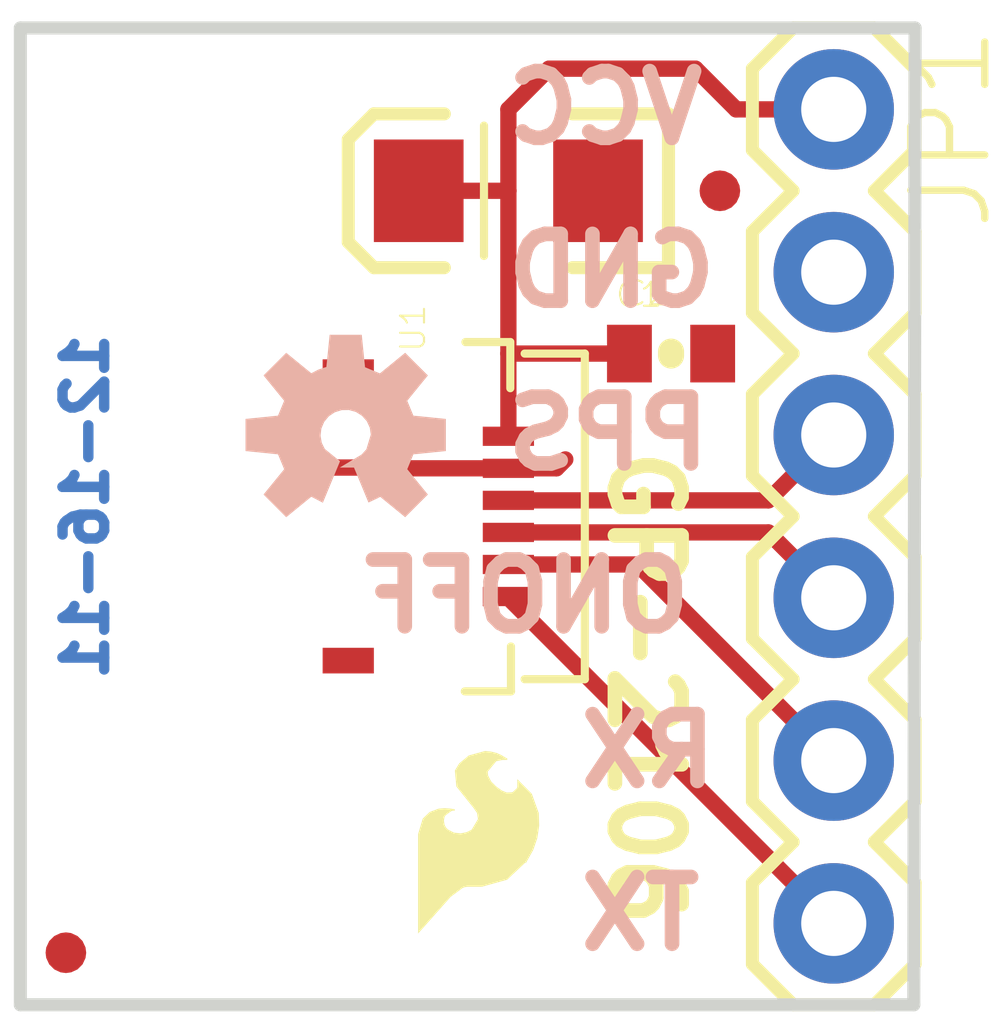
<source format=kicad_pcb>
(kicad_pcb (version 20211014) (generator pcbnew)
  (layers (0 "F.Cu" signal) (31 "B.Cu" signal) (34 "B.Paste" user) (35 "F.Paste" user) (36 "B.SilkS" user "B.Silkscreen") (37 "F.SilkS" user "F.Silkscreen") (38 "B.Mask" user) (39 "F.Mask" user) (44 "Edge.Cuts" user))
  (net 0 "")
  (net 1 "VCC")
  (net 2 "GND")
  (net 3 "1PPS")
  (net 4 "ONOFF")
  (net 5 "RX")
  (net 6 "TX")
  (footprint "boardEagle:EIA3216" (layer "F.Cu") (at 149.1361 99.9236 180)
    (fp_text reference "C2" (at -2.54 -1.381 180) (layer "F.SilkS") (effects (font (size 0.373888 0.373888) (thickness 0.032512)) (justify right top)))
    (fp_text value "10uF")
    (fp_line (start -2.5 -1.2) (end -1 -1.2) (layer "F.SilkS") (width 0.2032))
    (fp_line (start 2.5 0.8) (end 2.5 -0.8) (layer "F.SilkS") (width 0.2032))
    (fp_line (start -1 1.2) (end -2.5 1.2) (layer "F.SilkS") (width 0.2032))
    (fp_line (start 1 1.2) (end 2.1 1.2) (layer "F.SilkS") (width 0.2032))
    (fp_line (start 2.1 1.2) (end 2.5 0.8) (layer "F.SilkS") (width 0.2032))
    (fp_line (start 2.1 -1.2) (end 1 -1.2) (layer "F.SilkS") (width 0.2032))
    (fp_line (start 0.381 -1.016) (end 0.381 1.016) (layer "F.SilkS") (width 0.127))
    (fp_line (start -2.5 1.2) (end -2.5 -1.2) (layer "F.SilkS") (width 0.2032))
    (fp_line (start 2.5 -0.8) (end 2.1 -1.2) (layer "F.SilkS") (width 0.2032))
    (pad "A" smd rect (at 1.4 0 270) (size 1.6 1.4) (layers "F.Cu" "F.Paste" "F.Mask") (net 1 "VCC"))
    (pad "C" smd rect (at -1.4 0 270) (size 1.6 1.4) (layers "F.Cu" "F.Paste" "F.Mask") (net 2 "GND"))
  )
  (footprint "boardEagle:STAND-OFF" (layer "F.Cu") (at 144.0561 110.0836)
    (fp_text reference "JP2" hide)
    (fp_text value "STAND-OFF" hide)
    (pad "" np_thru_hole circle (at 0 0) (size 3.302 3.302) (drill 3.302) (layers *.Cu *.Mask))
  )
  (footprint "boardEagle:SFE-LOGO-FLAME" (layer "F.Cu") (at 147.7391 111.4806)
    (fp_text reference "JP4" hide)
    (fp_text value "LOGO-SFESK" hide)
    (fp_poly (pts (xy 1.126002 -2.808203) (xy 1.215449 -2.785829) (xy 1.228477 -2.780783) (xy 1.240149 -2.774875) (xy 1.25686 -2.766576) (xy 1.275552 -2.759834) (xy 1.371694 -2.7026) (xy 1.3793 -2.7026) (xy 1.3793 -2.6772) (xy 1.306833 -2.6772) (xy 1.208418 -2.657914) (xy 1.074855 -2.495286) (xy 1.079365 -2.436825) (xy 1.12809 -2.341869) (xy 1.204666 -2.265196) (xy 1.294069 -2.200638) (xy 1.369348 -2.168824) (xy 1.450737 -2.171632) (xy 1.458864 -2.174186) (xy 1.466257 -2.177389) (xy 1.530514 -2.236956) (xy 1.5368 -2.259812) (xy 1.5368 -2.377938) (xy 1.763707 -2.148127) (xy 1.868186 -1.856841) (xy 1.871603 -1.856894) (xy 1.87806 -1.650435) (xy 1.848857 -1.45742) (xy 1.785308 -1.272842) (xy 1.6663 -1.061578) (xy 1.6663 -1.080581) (xy 1.378131 -0.80901) (xy 0.982239 -0.6985) (xy 0.753005 -0.6985) (xy 0.716201 -0.692046) (xy 0.681776 -0.679592) (xy 0.496322 -0.541784) (xy -0.0126 0.03091) (xy -0.0126 -1.52077) (xy 0.060004 -1.761967) (xy 0.168295 -1.865489) (xy 0.307122 -1.917522) (xy 0.4039 -1.925089) (xy 0.499384 -1.917623) (xy 0.55991 -1.908099) (xy 0.557788 -1.884433) (xy 0.522216 -1.885242) (xy 0.501784 -1.876141) (xy 0.420519 -1.817154) (xy 0.400722 -1.79067) (xy 0.390395 -1.7285) (xy 0.400905 -1.665229) (xy 0.421405 -1.625174) (xy 0.452343 -1.592685) (xy 0.546535 -1.54355) (xy 0.652229 -1.531742) (xy 0.742768 -1.550084) (xy 0.82422 -1.589656) (xy 0.92203 -1.754659) (xy 0.907706 -1.848844) (xy 0.850914 -1.930401) (xy 0.584707 -2.263237) (xy 0.561667 -2.510855) (xy 0.627495 -2.621556) (xy 0.629042 -2.623103) (xy 0.778901 -2.74712) (xy 1.032676 -2.817064)) (layer "F.SilkS") (width 0) (fill solid))
  )
  (footprint "boardEagle:1X06" (layer "F.Cu") (at 154.2161 98.6536 -90)
    (fp_text reference "JP1" (at -1.3462 -1.8288 90) (layer "F.SilkS") (effects (font (size 1.1557 1.1557) (thickness 0.1143)) (justify right)))
    (fp_text value "")
    (fp_line (start 10.795 1.27) (end 9.525 1.27) (layer "F.SilkS") (width 0.2032))
    (fp_line (start 3.81 0.635) (end 3.175 1.27) (layer "F.SilkS") (width 0.2032))
    (fp_line (start 4.445 -1.27) (end 5.715 -1.27) (layer "F.SilkS") (width 0.2032))
    (fp_line (start 6.985 -1.27) (end 8.255 -1.27) (layer "F.SilkS") (width 0.2032))
    (fp_line (start 11.43 -0.635) (end 12.065 -1.27) (layer "F.SilkS") (width 0.2032))
    (fp_line (start 4.445 1.27) (end 3.81 0.635) (layer "F.SilkS") (width 0.2032))
    (fp_line (start 13.335 -1.27) (end 13.97 -0.635) (layer "F.SilkS") (width 0.2032))
    (fp_line (start 0.635 -1.27) (end 1.27 -0.635) (layer "F.SilkS") (width 0.2032))
    (fp_line (start 9.525 1.27) (end 8.89 0.635) (layer "F.SilkS") (width 0.2032))
    (fp_line (start 8.89 -0.635) (end 9.525 -1.27) (layer "F.SilkS") (width 0.2032))
    (fp_line (start 13.335 1.27) (end 12.065 1.27) (layer "F.SilkS") (width 0.2032))
    (fp_line (start -0.635 -1.27) (end 0.635 -1.27) (layer "F.SilkS") (width 0.2032))
    (fp_line (start 1.905 -1.27) (end 3.175 -1.27) (layer "F.SilkS") (width 0.2032))
    (fp_line (start 11.43 0.635) (end 10.795 1.27) (layer "F.SilkS") (width 0.2032))
    (fp_line (start 0.635 1.27) (end -0.635 1.27) (layer "F.SilkS") (width 0.2032))
    (fp_line (start 8.255 1.27) (end 6.985 1.27) (layer "F.SilkS") (width 0.2032))
    (fp_line (start 5.715 1.27) (end 4.445 1.27) (layer "F.SilkS") (width 0.2032))
    (fp_line (start 1.27 -0.635) (end 1.905 -1.27) (layer "F.SilkS") (width 0.2032))
    (fp_line (start 5.715 -1.27) (end 6.35 -0.635) (layer "F.SilkS") (width 0.2032))
    (fp_line (start 8.255 -1.27) (end 8.89 -0.635) (layer "F.SilkS") (width 0.2032))
    (fp_line (start 3.175 1.27) (end 1.905 1.27) (layer "F.SilkS") (width 0.2032))
    (fp_line (start 13.97 -0.635) (end 13.97 0.635) (layer "F.SilkS") (width 0.2032))
    (fp_line (start 3.81 -0.635) (end 4.445 -1.27) (layer "F.SilkS") (width 0.2032))
    (fp_line (start -1.27 0.635) (end -0.635 1.27) (layer "F.SilkS") (width 0.2032))
    (fp_line (start -1.27 -0.635) (end -1.27 0.635) (layer "F.SilkS") (width 0.2032))
    (fp_line (start 8.89 0.635) (end 8.255 1.27) (layer "F.SilkS") (width 0.2032))
    (fp_line (start 1.905 1.27) (end 1.27 0.635) (layer "F.SilkS") (width 0.2032))
    (fp_line (start 13.97 0.635) (end 13.335 1.27) (layer "F.SilkS") (width 0.2032))
    (fp_line (start 12.065 -1.27) (end 13.335 -1.27) (layer "F.SilkS") (width 0.2032))
    (fp_line (start 6.35 0.635) (end 5.715 1.27) (layer "F.SilkS") (width 0.2032))
    (fp_line (start 12.065 1.27) (end 11.43 0.635) (layer "F.SilkS") (width 0.2032))
    (fp_line (start 1.27 0.635) (end 0.635 1.27) (layer "F.SilkS") (width 0.2032))
    (fp_line (start -0.635 -1.27) (end -1.27 -0.635) (layer "F.SilkS") (width 0.2032))
    (fp_line (start 3.175 -1.27) (end 3.81 -0.635) (layer "F.SilkS") (width 0.2032))
    (fp_line (start 6.35 0.635) (end 6.985 1.27) (layer "F.SilkS") (width 0.2032))
    (fp_line (start 9.525 -1.27) (end 10.795 -1.27) (layer "F.SilkS") (width 0.2032))
    (fp_line (start 10.795 -1.27) (end 11.43 -0.635) (layer "F.SilkS") (width 0.2032))
    (fp_line (start 6.985 -1.27) (end 6.35 -0.635) (layer "F.SilkS") (width 0.2032))
    (pad "1" thru_hole circle (at 0 0) (size 1.8796 1.8796) (drill 1.016) (layers *.Cu *.Mask) (net 1 "VCC"))
    (pad "2" thru_hole circle (at 2.54 0) (size 1.8796 1.8796) (drill 1.016) (layers *.Cu *.Mask) (net 2 "GND"))
    (pad "3" thru_hole circle (at 5.08 0) (size 1.8796 1.8796) (drill 1.016) (layers *.Cu *.Mask) (net 3 "1PPS"))
    (pad "4" thru_hole circle (at 7.62 0) (size 1.8796 1.8796) (drill 1.016) (layers *.Cu *.Mask) (net 4 "ONOFF"))
    (pad "5" thru_hole circle (at 10.16 0) (size 1.8796 1.8796) (drill 1.016) (layers *.Cu *.Mask) (net 5 "RX"))
    (pad "6" thru_hole circle (at 12.7 0) (size 1.8796 1.8796) (drill 1.016) (layers *.Cu *.Mask) (net 6 "TX"))
  )
  (footprint "boardEagle:MICRO-FIDUCIAL" (layer "F.Cu") (at 152.4381 99.9236)
    (fp_text reference "JP5" hide)
    (fp_text value "FIDUCIALUFIDUCIAL" hide)
    (pad "1" smd roundrect (at 0 0) (size 0.635 0.635) (layers "F.Cu" "F.Mask") (roundrect_rratio 0.5))
  )
  (footprint "boardEagle:0402-CAP" (layer "F.Cu") (at 151.6761 102.4636)
    (fp_text reference "C1" (at -0.889 -0.6985) (layer "F.SilkS") (effects (font (size 0.373888 0.373888) (thickness 0.032512)) (justify left bottom)))
    (fp_text value "1uF")
    (fp_line (start 0 -0.0305) (end 0 0.0305) (layer "F.SilkS") (width 0.4064))
    (pad "1" smd rect (at -0.65 0) (size 0.7 0.9) (layers "F.Cu" "F.Paste" "F.Mask") (net 1 "VCC"))
    (pad "2" smd rect (at 0.65 0) (size 0.7 0.9) (layers "F.Cu" "F.Paste" "F.Mask") (net 2 "GND"))
  )
  (footprint "boardEagle:STAND-OFF" (layer "F.Cu") (at 144.0561 99.9236)
    (fp_text reference "JP3" hide)
    (fp_text value "STAND-OFF" hide)
    (pad "" np_thru_hole circle (at 0 0) (size 3.302 3.302) (drill 3.302) (layers *.Cu *.Mask))
  )
  (footprint "boardEagle:MICRO-FIDUCIAL" (layer "F.Cu") (at 142.2273 111.8108)
    (fp_text reference "JP6" hide)
    (fp_text value "FIDUCIALUFIDUCIAL" hide)
    (pad "1" smd roundrect (at 0 0) (size 0.635 0.635) (layers "F.Cu" "F.Mask") (roundrect_rratio 0.5))
  )
  (footprint "boardEagle:GP-2106" (layer "F.Cu") (at 149.1361 105.0036 -90)
    (fp_text reference "U1" (at -2.54 1.27 -90) (layer "F.SilkS") (effects (font (size 0.373888 0.373888) (thickness 0.032512)) (justify left bottom)))
    (fp_text value "GP-2106")
    (fp_line (start -2 -0.03) (end -2.72 -0.03) (layer "F.SilkS") (width 0.127))
    (fp_line (start -2.54 -0.254) (end -2.54 -1.1938) (layer "F.SilkS") (width 0.127))
    (fp_line (start 2.73 -0.04) (end 2.03 -0.04) (layer "F.SilkS") (width 0.127))
    (fp_line (start 2.73 0.68) (end 2.73 -0.04) (layer "F.SilkS") (width 0.127))
    (fp_line (start 2.54 -1.1938) (end 2.54 -0.254) (layer "F.SilkS") (width 0.127))
    (fp_line (start -2.72 -0.03) (end -2.72 0.67) (layer "F.SilkS") (width 0.127))
    (fp_line (start -2.54 -1.1938) (end 2.54 -1.1938) (layer "F.SilkS") (width 0.127))
    (pad "1PPS" smd rect (at -0.25 0) (size 0.8 0.3) (layers "F.Cu" "F.Mask") (net 3 "1PPS"))
    (pad "GND" smd rect (at -0.75 0) (size 0.8 0.3) (layers "F.Cu" "F.Mask") (net 2 "GND"))
    (pad "ONOFF" smd rect (at 0.25 0) (size 0.8 0.3) (layers "F.Cu" "F.Mask") (net 4 "ONOFF"))
    (pad "P$7" smd rect (at -2.25 2.5) (size 0.8 0.4) (layers "F.Cu" "F.Paste" "F.Mask"))
    (pad "P$8" smd rect (at 2.25 2.5) (size 0.8 0.4) (layers "F.Cu" "F.Paste" "F.Mask"))
    (pad "RX" smd rect (at 0.75 0) (size 0.8 0.3) (layers "F.Cu" "F.Mask") (net 5 "RX"))
    (pad "TX" smd rect (at 1.25 0) (size 0.8 0.3) (layers "F.Cu" "F.Mask") (net 6 "TX"))
    (pad "VCC" smd rect (at -1.25 0) (size 0.8 0.3) (layers "F.Cu" "F.Mask") (net 1 "VCC"))
  )
  (footprint "boardEagle:OSHW-LOGO-S" (layer "B.Cu") (at 146.5961 103.7336 180)
    (fp_text reference "U$1" hide)
    (fp_text value "OSHW-LOGOS" hide)
    (fp_poly (pts (xy 0.301647 1.061351) (xy 0.42347 1.022344) (xy 0.537177 0.963769) (xy 0.92862 1.282946) (xy 1.282946 0.92862) (xy 0.961035 0.533823) (xy 1.057046 0.302084) (xy 1.5638 0.250561) (xy 1.5638 -0.250561) (xy 1.057046 -0.302084) (xy 0.961035 -0.533823) (xy 1.282946 -0.92862) (xy 0.92862 -1.282946) (xy 0.537177 -0.96377) (xy 0.356601 -1.056794) (xy 0.088679 -0.410073) (xy 0.326262 -0.2176) (xy 0.373649 -0.121468) (xy 0.392729 -0.010339) (xy 0.379464 0.101634) (xy 0.334947 0.205229) (xy 0.262842 0.291918) (xy 0.169087 0.354561) (xy 0.061406 0.387999) (xy -0.051342 0.38948) (xy -0.159868 0.358881) (xy -0.255234 0.298724) (xy -0.329589 0.213962) (xy -0.376813 0.111569) (xy -0.392176 0.005767) (xy -0.322923 -0.222565) (xy -0.249312 -0.303773) (xy 0.091677 -0.5081) (xy -0.12929 -0.5081) (xy -0.355332 -1.053732) (xy -0.506597 -0.983577) (xy -0.538922 -0.965192) (xy -0.92862 -1.282946) (xy -1.282946 -0.92862) (xy -0.961035 -0.533823) (xy -1.057046 -0.302084) (xy -1.5638 -0.250561) (xy -1.5638 0.250561) (xy -1.057046 0.302084) (xy -0.961035 0.533823) (xy -1.282946 0.92862) (xy -0.92862 1.282946) (xy -0.533823 0.961035) (xy -0.302084 1.057046) (xy -0.250561 1.5638) (xy 0.250561 1.5638)) (layer "B.SilkS") (width 0) (fill solid))
  )
  (gr_line (start 141.5161 97.3836) (end 141.5161 112.6236) (layer "Edge.Cuts") (width 0.2032))
  (gr_line (start 141.5161 112.6236) (end 155.4661 112.6236) (layer "Edge.Cuts") (width 0.2032))
  (gr_line (start 155.4661 112.6236) (end 155.4861 97.3836) (layer "Edge.Cuts") (width 0.2032))
  (gr_line (start 155.4861 97.3836) (end 141.5161 97.3836) (layer "Edge.Cuts") (width 0.2032))
  (gr_text "12-16-11" (at 142.9131 102.0826 -270) (layer "B.Cu") (effects (font (size 0.65024 0.65024) (thickness 0.16256)) (justify left bottom mirror)))
  (gr_text "VCC" (at 149.0091 98.0186) (layer "B.SilkS") (effects (font (size 1.0414 1.0414) (thickness 0.2286)) (justify right top mirror)))
  (gr_text "RX" (at 150.1521 108.0516) (layer "B.SilkS") (effects (font (size 1.0414 1.0414) (thickness 0.2286)) (justify right top mirror)))
  (gr_text "ONOFF" (at 146.7231 105.6386) (layer "B.SilkS") (effects (font (size 1.0414 1.0414) (thickness 0.2286)) (justify right top mirror)))
  (gr_text "GND" (at 149.0091 100.5586) (layer "B.SilkS") (effects (font (size 1.0414 1.0414) (thickness 0.2286)) (justify right top mirror)))
  (gr_text "PPS" (at 149.0091 103.0986) (layer "B.SilkS") (effects (font (size 1.0414 1.0414) (thickness 0.2286)) (justify right top mirror)))
  (gr_text "TX" (at 150.1521 110.5916) (layer "B.SilkS") (effects (font (size 1.0414 1.0414) (thickness 0.2286)) (justify right top mirror)))
  (gr_text "GP-2106" (at 150.6601 103.8606 270) (layer "F.SilkS") (effects (font (size 1.0414 1.0414) (thickness 0.2286)) (justify left bottom)))
  (segment (start 149.1361 99.9236) (end 147.7361 99.9236) (width 0.254) (layer "F.Cu") (net 1))
  (segment (start 149.1361 98.6536) (end 149.7711 98.0186) (width 0.254) (layer "F.Cu") (net 1))
  (segment (start 149.1361 102.4636) (end 151.0261 102.4636) (width 0.254) (layer "F.Cu") (net 1))
  (segment (start 149.7711 98.0186) (end 152.0571 98.0186) (width 0.254) (layer "F.Cu") (net 1))
  (segment (start 152.0571 98.0186) (end 152.6921 98.6536) (width 0.254) (layer "F.Cu") (net 1))
  (segment (start 149.1361 99.9236) (end 149.1361 98.6536) (width 0.254) (layer "F.Cu") (net 1))
  (segment (start 149.1361 102.4636) (end 149.1361 99.9236) (width 0.254) (layer "F.Cu") (net 1))
  (segment (start 149.1361 103.7536) (end 149.1361 102.4636) (width 0.254) (layer "F.Cu") (net 1))
  (segment (start 152.6921 98.6536) (end 154.2161 98.6536) (width 0.254) (layer "F.Cu") (net 1))
  (segment (start 149.8861 104.2536) (end 150.0251 104.1146) (width 0.254) (layer "F.Cu") (net 2))
  (segment (start 147.3581 104.2416) (end 147.4851 104.1146) (width 0.254) (layer "F.Cu") (net 2))
  (segment (start 145.8341 104.2416) (end 147.2311 104.2416) (width 0.254) (layer "F.Cu") (net 2))
  (segment (start 149.1361 104.2536) (end 149.8861 104.2536) (width 0.254) (layer "F.Cu") (net 2))
  (segment (start 147.2311 104.2416) (end 147.3581 104.2416) (width 0.254) (layer "F.Cu") (net 2))
  (segment (start 147.2311 104.2416) (end 147.2191 104.2536) (width 0.254) (layer "F.Cu") (net 2))
  (segment (start 147.2191 104.2536) (end 149.1361 104.2536) (width 0.254) (layer "F.Cu") (net 2))
  (segment (start 149.1361 104.7536) (end 153.1961 104.7536) (width 0.254) (layer "F.Cu") (net 3))
  (segment (start 153.1961 104.7536) (end 154.2161 103.7336) (width 0.254) (layer "F.Cu") (net 3))
  (segment (start 149.1361 105.2536) (end 153.1961 105.2536) (width 0.254) (layer "F.Cu") (net 4))
  (segment (start 153.1961 105.2536) (end 154.2161 106.2736) (width 0.254) (layer "F.Cu") (net 4))
  (segment (start 151.1561 105.7536) (end 154.2161 108.8136) (width 0.254) (layer "F.Cu") (net 5))
  (segment (start 149.1361 105.7536) (end 151.1561 105.7536) (width 0.254) (layer "F.Cu") (net 5))
  (segment (start 149.1161 106.2536) (end 154.2161 111.3536) (width 0.254) (layer "F.Cu") (net 6))
  (segment (start 149.1161 106.2536) (end 149.1361 106.2536) (width 0.254) (layer "F.Cu") (net 6))
)
</source>
